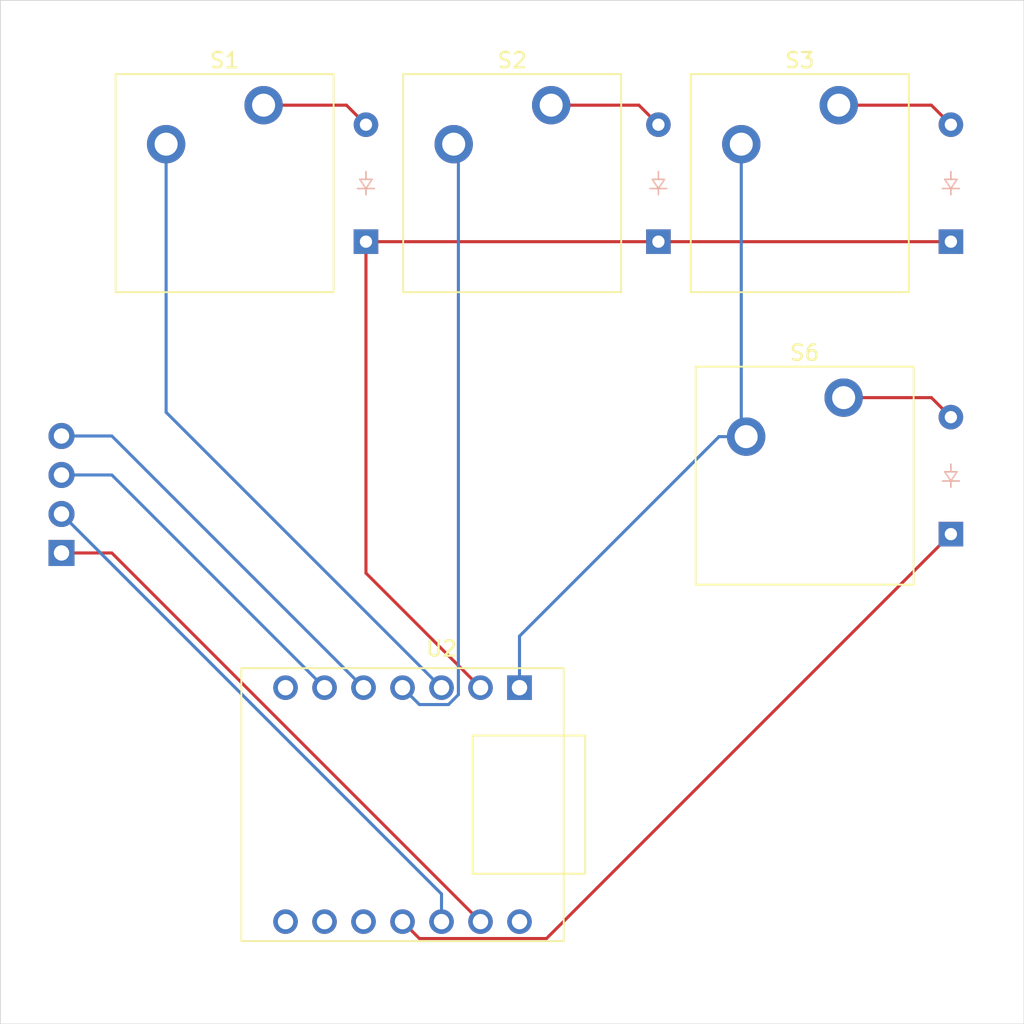
<source format=kicad_pcb>
(kicad_pcb (version 20240108) (generator "pcbnew") (generator_version "8.0")
  (layers (0 "F.Cu" signal) (31 "B.Cu" signal) (34 "B.Paste" user) (35 "F.Paste" user) (36 "B.SilkS" user "B.Silkscreen") (37 "F.SilkS" user "F.Silkscreen") (38 "B.Mask" user) (39 "F.Mask" user) (44 "Edge.Cuts" user))
  (net 0 "")
  (net 1 "Net-(D1-A)")
  (net 2 "Row 0")
  (net 3 "Net-(D2-A)")
  (net 4 "Net-(D3-A)")
  (net 5 "Row 1")
  (net 6 "Net-(D6-A)")
  (net 7 "Column 0")
  (net 8 "Column 1")
  (net 9 "Column 2")
  (net 15 "Net-(J1-GND)")
  (net 16 "Net-(J1-SCL)")
  (net 17 "Net-(J1-SDA)")
  (net 18 "Net-(J1-VCC)")
  (footprint "ScottoKeebs_MX:MX_PCB_1.00u" (layer "F.Cu") (at 178.27625 47.625)
    (property "Reference" "S3" (at 0 -8 0) (layer "F.SilkS"))
    (property "Value" "Keyswitch")
    (fp_line (start -7.1 -7.1) (end -7.1 7.1) (stroke (width 0.12)) (layer "F.SilkS"))
    (fp_line (start -7.1 7.1) (end 7.1 7.1) (stroke (width 0.12)) (layer "F.SilkS"))
    (fp_line (start 7.1 -7.1) (end -7.1 -7.1) (stroke (width 0.12)) (layer "F.SilkS"))
    (fp_line (start 7.1 7.1) (end 7.1 -7.1) (stroke (width 0.12)) (layer "F.SilkS"))
    (pad "" np_thru_hole circle (at -5.08 0) (size 1.75 1.75) (drill 1.75) (layers "*.Cu" "*.Mask"))
    (pad "" np_thru_hole circle (at 0 0) (size 4 4) (drill 4) (layers "*.Cu" "*.Mask"))
    (pad "" np_thru_hole circle (at 5.08 0) (size 1.75 1.75) (drill 1.75) (layers "*.Cu" "*.Mask"))
    (pad "1" thru_hole circle (at -3.81 -2.54) (size 2.5 2.5) (drill 1.5) (layers "*.Cu" "*.Mask") (net 9 "Column 2"))
    (pad "2" thru_hole circle (at 2.54 -5.08) (size 2.5 2.5) (drill 1.5) (layers "*.Cu" "*.Mask") (net 4 "Net-(D3-A)"))
  )
  (footprint "ScottoKeebs_MX:MX_PCB_1.00u" (layer "F.Cu") (at 140.81125 47.625)
    (property "Reference" "S1" (at 0 -8 0) (layer "F.SilkS"))
    (property "Value" "Keyswitch")
    (fp_line (start -7.1 -7.1) (end -7.1 7.1) (stroke (width 0.12)) (layer "F.SilkS"))
    (fp_line (start -7.1 7.1) (end 7.1 7.1) (stroke (width 0.12)) (layer "F.SilkS"))
    (fp_line (start 7.1 -7.1) (end -7.1 -7.1) (stroke (width 0.12)) (layer "F.SilkS"))
    (fp_line (start 7.1 7.1) (end 7.1 -7.1) (stroke (width 0.12)) (layer "F.SilkS"))
    (pad "" np_thru_hole circle (at -5.08 0) (size 1.75 1.75) (drill 1.75) (layers "*.Cu" "*.Mask"))
    (pad "" np_thru_hole circle (at 0 0) (size 4 4) (drill 4) (layers "*.Cu" "*.Mask"))
    (pad "" np_thru_hole circle (at 5.08 0) (size 1.75 1.75) (drill 1.75) (layers "*.Cu" "*.Mask"))
    (pad "1" thru_hole circle (at -3.81 -2.54) (size 2.5 2.5) (drill 1.5) (layers "*.Cu" "*.Mask") (net 7 "Column 0"))
    (pad "2" thru_hole circle (at 2.54 -5.08) (size 2.5 2.5) (drill 1.5) (layers "*.Cu" "*.Mask") (net 1 "Net-(D1-A)"))
  )
  (footprint "Macropadmcu:MOUDLE14P-2.54-21X17.8MM" (layer "F.Cu") (at 152.4 88.10625)
    (property "Reference" "U2" (at 2.54 -10.16 0) (layer "F.SilkS"))
    (property "Value" "MOUDLE-SEEEDUINO-XIAO")
    (fp_rect (start -10.5 -8.89) (end 10.5 8.89) (stroke (width 0.12)) (fill none) (layer "F.SilkS"))
    (fp_rect (start 4.57 -4.5) (end 11.9 4.5) (stroke (width 0.12)) (fill none) (layer "F.SilkS"))
    (pad "1" thru_hole rect (at 7.62 -7.62) (size 1.6 1.6) (drill 1) (layers "*.Cu" "*.Mask") (net 9 "Column 2"))
    (pad "2" thru_hole circle (at 5.08 -7.62) (size 1.6 1.6) (drill 1) (layers "*.Cu" "*.Mask") (net 2 "Row 0"))
    (pad "3" thru_hole circle (at 2.54 -7.62) (size 1.6 1.6) (drill 1) (layers "*.Cu" "*.Mask") (net 7 "Column 0"))
    (pad "4" thru_hole circle (at 0 -7.62) (size 1.6 1.6) (drill 1) (layers "*.Cu" "*.Mask") (net 8 "Column 1"))
    (pad "5" thru_hole circle (at -2.54 -7.62) (size 1.6 1.6) (drill 1) (layers "*.Cu" "*.Mask") (net 17 "Net-(J1-SDA)"))
    (pad "6" thru_hole circle (at -5.08 -7.62) (size 1.6 1.6) (drill 1) (layers "*.Cu" "*.Mask") (net 16 "Net-(J1-SCL)"))
    (pad "7" thru_hole circle (at -7.62 -7.62) (size 1.6 1.6) (drill 1) (layers "*.Cu" "*.Mask"))
    (pad "8" thru_hole circle (at -7.62 7.62) (size 1.6 1.6) (drill 1) (layers "*.Cu" "*.Mask"))
    (pad "9" thru_hole circle (at -5.08 7.62) (size 1.6 1.6) (drill 1) (layers "*.Cu" "*.Mask"))
    (pad "10" thru_hole circle (at -2.54 7.62) (size 1.6 1.6) (drill 1) (layers "*.Cu" "*.Mask"))
    (pad "11" thru_hole circle (at 0 7.62) (size 1.6 1.6) (drill 1) (layers "*.Cu" "*.Mask") (net 5 "Row 1"))
    (pad "12" thru_hole circle (at 2.54 7.62) (size 1.6 1.6) (drill 1) (layers "*.Cu" "*.Mask") (net 18 "Net-(J1-VCC)"))
    (pad "13" thru_hole circle (at 5.08 7.62) (size 1.6 1.6) (drill 1) (layers "*.Cu" "*.Mask") (net 15 "Net-(J1-GND)"))
    (pad "14" thru_hole circle (at 7.62 7.62) (size 1.6 1.6) (drill 1) (layers "*.Cu" "*.Mask"))
  )
  (footprint "ScottoKeebs_Components:OLED_128x32" (layer "F.Cu") (at 128.5875 61.9125)
    (property "Reference" "J1" (hide yes))
    (property "Value" "OLED_128x32")
    (pad "1" thru_hole rect (at 1.6 9.8 180) (size 1.7 1.7) (drill 1) (layers "*.Cu" "*.Mask") (net 15 "Net-(J1-GND)"))
    (pad "2" thru_hole oval (at 1.6 7.26 180) (size 1.7 1.7) (drill 1) (layers "*.Cu" "*.Mask") (net 18 "Net-(J1-VCC)"))
    (pad "3" thru_hole oval (at 1.6 4.72 180) (size 1.7 1.7) (drill 1) (layers "*.Cu" "*.Mask") (net 16 "Net-(J1-SCL)"))
    (pad "4" thru_hole oval (at 1.6 2.18 180) (size 1.7 1.7) (drill 1) (layers "*.Cu" "*.Mask") (net 17 "Net-(J1-SDA)"))
  )
  (footprint "ScottoKeebs_MX:MX_PCB_1.00u" (layer "F.Cu") (at 159.54375 47.625)
    (property "Reference" "S2" (at 0 -8 0) (layer "F.SilkS"))
    (property "Value" "Keyswitch")
    (fp_line (start -7.1 -7.1) (end -7.1 7.1) (stroke (width 0.12)) (layer "F.SilkS"))
    (fp_line (start -7.1 7.1) (end 7.1 7.1) (stroke (width 0.12)) (layer "F.SilkS"))
    (fp_line (start 7.1 -7.1) (end -7.1 -7.1) (stroke (width 0.12)) (layer "F.SilkS"))
    (fp_line (start 7.1 7.1) (end 7.1 -7.1) (stroke (width 0.12)) (layer "F.SilkS"))
    (pad "" np_thru_hole circle (at -5.08 0) (size 1.75 1.75) (drill 1.75) (layers "*.Cu" "*.Mask"))
    (pad "" np_thru_hole circle (at 0 0) (size 4 4) (drill 4) (layers "*.Cu" "*.Mask"))
    (pad "" np_thru_hole circle (at 5.08 0) (size 1.75 1.75) (drill 1.75) (layers "*.Cu" "*.Mask"))
    (pad "1" thru_hole circle (at -3.81 -2.54) (size 2.5 2.5) (drill 1.5) (layers "*.Cu" "*.Mask") (net 8 "Column 1"))
    (pad "2" thru_hole circle (at 2.54 -5.08) (size 2.5 2.5) (drill 1.5) (layers "*.Cu" "*.Mask") (net 3 "Net-(D2-A)"))
  )
  (footprint "ScottoKeebs_MX:MX_PCB_1.00u" (layer "F.Cu") (at 178.59375 66.675)
    (property "Reference" "S6" (at 0 -8 0) (layer "F.SilkS"))
    (property "Value" "Keyswitch")
    (fp_line (start -7.1 -7.1) (end -7.1 7.1) (stroke (width 0.12)) (layer "F.SilkS"))
    (fp_line (start -7.1 7.1) (end 7.1 7.1) (stroke (width 0.12)) (layer "F.SilkS"))
    (fp_line (start 7.1 -7.1) (end -7.1 -7.1) (stroke (width 0.12)) (layer "F.SilkS"))
    (fp_line (start 7.1 7.1) (end 7.1 -7.1) (stroke (width 0.12)) (layer "F.SilkS"))
    (pad "" np_thru_hole circle (at -5.08 0) (size 1.75 1.75) (drill 1.75) (layers "*.Cu" "*.Mask"))
    (pad "" np_thru_hole circle (at 0 0) (size 4 4) (drill 4) (layers "*.Cu" "*.Mask"))
    (pad "" np_thru_hole circle (at 5.08 0) (size 1.75 1.75) (drill 1.75) (layers "*.Cu" "*.Mask"))
    (pad "1" thru_hole circle (at -3.81 -2.54) (size 2.5 2.5) (drill 1.5) (layers "*.Cu" "*.Mask") (net 9 "Column 2"))
    (pad "2" thru_hole circle (at 2.54 -5.08) (size 2.5 2.5) (drill 1.5) (layers "*.Cu" "*.Mask") (net 6 "Net-(D6-A)"))
  )
  (footprint "ScottoKeebs_Components:Diode_DO-35" (layer "B.Cu") (at 150.01875 51.435 90)
    (property "Reference" "D1" (hide yes))
    (property "Value" "Diode" (hide yes))
    (fp_line (start 3.46 -0.55) (end 3.46 0.55) (stroke (width 0.1)) (layer "B.SilkS"))
    (fp_line (start 4.06 -0.4) (end 4.06 0.4) (stroke (width 0.1)) (layer "B.SilkS"))
    (fp_line (start 4.56 0) (end 4.06 0) (stroke (width 0.1)) (layer "B.SilkS"))
    (fp_line (start 3.46 0) (end 4.06 -0.4) (stroke (width 0.1)) (layer "B.SilkS"))
    (fp_line (start 3.46 0) (end 3.06 0) (stroke (width 0.1)) (layer "B.SilkS"))
    (fp_line (start 4.06 0.4) (end 3.46 0) (stroke (width 0.1)) (layer "B.SilkS"))
    (pad "1" thru_hole rect (at 0 0 90) (size 1.6 1.6) (drill 0.8) (layers "*.Cu" "*.Mask") (net 2 "Row 0"))
    (pad "2" thru_hole oval (at 7.62 0 90) (size 1.6 1.6) (drill 0.8) (layers "*.Cu" "*.Mask") (net 1 "Net-(D1-A)"))
  )
  (footprint "ScottoKeebs_Components:Diode_DO-35" (layer "B.Cu") (at 188.11875 70.485 90)
    (property "Reference" "D6" (hide yes))
    (property "Value" "Diode" (hide yes))
    (fp_line (start 3.46 -0.55) (end 3.46 0.55) (stroke (width 0.1)) (layer "B.SilkS"))
    (fp_line (start 4.06 -0.4) (end 4.06 0.4) (stroke (width 0.1)) (layer "B.SilkS"))
    (fp_line (start 4.56 0) (end 4.06 0) (stroke (width 0.1)) (layer "B.SilkS"))
    (fp_line (start 3.46 0) (end 4.06 -0.4) (stroke (width 0.1)) (layer "B.SilkS"))
    (fp_line (start 3.46 0) (end 3.06 0) (stroke (width 0.1)) (layer "B.SilkS"))
    (fp_line (start 4.06 0.4) (end 3.46 0) (stroke (width 0.1)) (layer "B.SilkS"))
    (pad "1" thru_hole rect (at 0 0 90) (size 1.6 1.6) (drill 0.8) (layers "*.Cu" "*.Mask") (net 5 "Row 1"))
    (pad "2" thru_hole oval (at 7.62 0 90) (size 1.6 1.6) (drill 0.8) (layers "*.Cu" "*.Mask") (net 6 "Net-(D6-A)"))
  )
  (footprint "ScottoKeebs_Components:Diode_DO-35" (layer "B.Cu") (at 169.06875 51.435 90)
    (property "Reference" "D2" (hide yes))
    (property "Value" "Diode" (hide yes))
    (fp_line (start 3.46 -0.55) (end 3.46 0.55) (stroke (width 0.1)) (layer "B.SilkS"))
    (fp_line (start 4.06 -0.4) (end 4.06 0.4) (stroke (width 0.1)) (layer "B.SilkS"))
    (fp_line (start 4.56 0) (end 4.06 0) (stroke (width 0.1)) (layer "B.SilkS"))
    (fp_line (start 3.46 0) (end 4.06 -0.4) (stroke (width 0.1)) (layer "B.SilkS"))
    (fp_line (start 3.46 0) (end 3.06 0) (stroke (width 0.1)) (layer "B.SilkS"))
    (fp_line (start 4.06 0.4) (end 3.46 0) (stroke (width 0.1)) (layer "B.SilkS"))
    (pad "1" thru_hole rect (at 0 0 90) (size 1.6 1.6) (drill 0.8) (layers "*.Cu" "*.Mask") (net 2 "Row 0"))
    (pad "2" thru_hole oval (at 7.62 0 90) (size 1.6 1.6) (drill 0.8) (layers "*.Cu" "*.Mask") (net 3 "Net-(D2-A)"))
  )
  (footprint "ScottoKeebs_Components:Diode_DO-35" (layer "B.Cu") (at 188.11875 51.435 90)
    (property "Reference" "D3" (hide yes))
    (property "Value" "Diode" (hide yes))
    (fp_line (start 3.46 -0.55) (end 3.46 0.55) (stroke (width 0.1)) (layer "B.SilkS"))
    (fp_line (start 4.06 -0.4) (end 4.06 0.4) (stroke (width 0.1)) (layer "B.SilkS"))
    (fp_line (start 4.56 0) (end 4.06 0) (stroke (width 0.1)) (layer "B.SilkS"))
    (fp_line (start 3.46 0) (end 4.06 -0.4) (stroke (width 0.1)) (layer "B.SilkS"))
    (fp_line (start 3.46 0) (end 3.06 0) (stroke (width 0.1)) (layer "B.SilkS"))
    (fp_line (start 4.06 0.4) (end 3.46 0) (stroke (width 0.1)) (layer "B.SilkS"))
    (pad "1" thru_hole rect (at 0 0 90) (size 1.6 1.6) (drill 0.8) (layers "*.Cu" "*.Mask") (net 2 "Row 0"))
    (pad "2" thru_hole oval (at 7.62 0 90) (size 1.6 1.6) (drill 0.8) (layers "*.Cu" "*.Mask") (net 4 "Net-(D3-A)"))
  )
  (gr_rect (start 126.20625 35.71875) (end 192.88125 102.39375) (stroke (width 0.05)) (fill none) (layer "Edge.Cuts"))
  (segment (start 143.35125 42.545) (end 148.74875 42.545) (width 0.2) (layer "F.Cu") (net 1))
  (segment (start 148.74875 42.545) (end 150.01875 43.815) (width 0.2) (layer "F.Cu") (net 1))
  (segment (start 169.06875 51.435) (end 188.11875 51.435) (width 0.2) (layer "F.Cu") (net 2))
  (segment (start 150.01875 51.435) (end 169.06875 51.435) (width 0.2) (layer "F.Cu") (net 2))
  (segment (start 150.01875 51.435) (end 150.01875 73.025) (width 0.2) (layer "F.Cu") (net 2))
  (segment (start 150.01875 73.025) (end 157.48 80.48625) (width 0.2) (layer "F.Cu") (net 2))
  (segment (start 167.79875 42.545) (end 169.06875 43.815) (width 0.2) (layer "F.Cu") (net 3))
  (segment (start 162.08375 42.545) (end 167.79875 42.545) (width 0.2) (layer "F.Cu") (net 3))
  (segment (start 180.81625 42.545) (end 186.84875 42.545) (width 0.2) (layer "F.Cu") (net 4))
  (segment (start 186.84875 42.545) (end 188.11875 43.815) (width 0.2) (layer "F.Cu") (net 4))
  (segment (start 153.5 96.82625) (end 161.7775 96.82625) (width 0.2) (layer "F.Cu") (net 5))
  (segment (start 161.7775 96.82625) (end 188.11875 70.485) (width 0.2) (layer "F.Cu") (net 5))
  (segment (start 152.4 95.72625) (end 153.5 96.82625) (width 0.2) (layer "F.Cu") (net 5))
  (segment (start 181.13375 61.595) (end 186.84875 61.595) (width 0.2) (layer "F.Cu") (net 6))
  (segment (start 186.84875 61.595) (end 188.11875 62.865) (width 0.2) (layer "F.Cu") (net 6))
  (segment (start 137.00125 62.5475) (end 154.94 80.48625) (width 0.2) (layer "B.Cu") (net 7))
  (segment (start 137.00125 45.085) (end 137.00125 62.5475) (width 0.2) (layer "B.Cu") (net 7))
  (segment (start 156.04 45.39125) (end 155.73375 45.085) (width 0.2) (layer "B.Cu") (net 8))
  (segment (start 153.5 81.58625) (end 155.395635 81.58625) (width 0.2) (layer "B.Cu") (net 8))
  (segment (start 156.04 80.941885) (end 156.04 45.39125) (width 0.2) (layer "B.Cu") (net 8))
  (segment (start 152.4 80.48625) (end 153.5 81.58625) (width 0.2) (layer "B.Cu") (net 8))
  (segment (start 155.395635 81.58625) (end 156.04 80.941885) (width 0.2) (layer "B.Cu") (net 8))
  (segment (start 174.46625 63.8175) (end 174.78375 64.135) (width 0.2) (layer "B.Cu") (net 9))
  (segment (start 160.02 77.130984) (end 160.02 80.48625) (width 0.2) (layer "B.Cu") (net 9))
  (segment (start 174.46625 45.085) (end 174.46625 63.8175) (width 0.2) (layer "B.Cu") (net 9))
  (segment (start 173.015984 64.135) (end 160.02 77.130984) (width 0.2) (layer "B.Cu") (net 9))
  (segment (start 174.78375 64.135) (end 173.015984 64.135) (width 0.2) (layer "B.Cu") (net 9))
  (segment (start 130.1875 71.7125) (end 133.46625 71.7125) (width 0.2) (layer "F.Cu") (net 15))
  (segment (start 133.46625 71.7125) (end 157.48 95.72625) (width 0.2) (layer "F.Cu") (net 15))
  (segment (start 133.46625 66.6325) (end 147.32 80.48625) (width 0.2) (layer "B.Cu") (net 16))
  (segment (start 130.1875 66.6325) (end 133.46625 66.6325) (width 0.2) (layer "B.Cu") (net 16))
  (segment (start 133.46625 64.0925) (end 149.86 80.48625) (width 0.2) (layer "B.Cu") (net 17))
  (segment (start 130.1875 64.0925) (end 133.46625 64.0925) (width 0.2) (layer "B.Cu") (net 17))
  (segment (start 130.1875 69.1725) (end 154.94 93.925) (width 0.2) (layer "B.Cu") (net 18))
  (segment (start 154.94 93.925) (end 154.94 95.72625) (width 0.2) (layer "B.Cu") (net 18))
)
</source>
